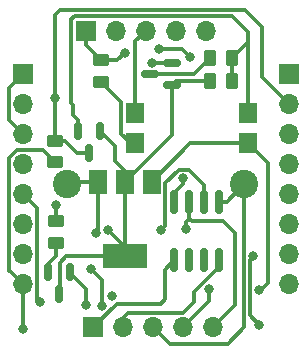
<source format=gbl>
G04 #@! TF.GenerationSoftware,KiCad,Pcbnew,(6.0.11)*
G04 #@! TF.CreationDate,2025-06-06T09:56:58+01:00*
G04 #@! TF.ProjectId,PCB_Dongle_Linky,5043425f-446f-46e6-976c-655f4c696e6b,rev?*
G04 #@! TF.SameCoordinates,Original*
G04 #@! TF.FileFunction,Copper,L2,Bot*
G04 #@! TF.FilePolarity,Positive*
%FSLAX46Y46*%
G04 Gerber Fmt 4.6, Leading zero omitted, Abs format (unit mm)*
G04 Created by KiCad (PCBNEW (6.0.11)) date 2025-06-06 09:56:58*
%MOMM*%
%LPD*%
G01*
G04 APERTURE LIST*
G04 Aperture macros list*
%AMRoundRect*
0 Rectangle with rounded corners*
0 $1 Rounding radius*
0 $2 $3 $4 $5 $6 $7 $8 $9 X,Y pos of 4 corners*
0 Add a 4 corners polygon primitive as box body*
4,1,4,$2,$3,$4,$5,$6,$7,$8,$9,$2,$3,0*
0 Add four circle primitives for the rounded corners*
1,1,$1+$1,$2,$3*
1,1,$1+$1,$4,$5*
1,1,$1+$1,$6,$7*
1,1,$1+$1,$8,$9*
0 Add four rect primitives between the rounded corners*
20,1,$1+$1,$2,$3,$4,$5,0*
20,1,$1+$1,$4,$5,$6,$7,0*
20,1,$1+$1,$6,$7,$8,$9,0*
20,1,$1+$1,$8,$9,$2,$3,0*%
G04 Aperture macros list end*
G04 #@! TA.AperFunction,ComponentPad*
%ADD10R,1.700000X1.700000*%
G04 #@! TD*
G04 #@! TA.AperFunction,ComponentPad*
%ADD11O,1.700000X1.700000*%
G04 #@! TD*
G04 #@! TA.AperFunction,ComponentPad*
%ADD12C,2.400000*%
G04 #@! TD*
G04 #@! TA.AperFunction,SMDPad,CuDef*
%ADD13R,1.500000X1.780000*%
G04 #@! TD*
G04 #@! TA.AperFunction,SMDPad,CuDef*
%ADD14RoundRect,0.250000X-0.262500X-0.450000X0.262500X-0.450000X0.262500X0.450000X-0.262500X0.450000X0*%
G04 #@! TD*
G04 #@! TA.AperFunction,SMDPad,CuDef*
%ADD15RoundRect,0.250000X0.450000X-0.262500X0.450000X0.262500X-0.450000X0.262500X-0.450000X-0.262500X0*%
G04 #@! TD*
G04 #@! TA.AperFunction,SMDPad,CuDef*
%ADD16RoundRect,0.150000X-0.150000X0.587500X-0.150000X-0.587500X0.150000X-0.587500X0.150000X0.587500X0*%
G04 #@! TD*
G04 #@! TA.AperFunction,SMDPad,CuDef*
%ADD17RoundRect,0.250000X-0.450000X0.262500X-0.450000X-0.262500X0.450000X-0.262500X0.450000X0.262500X0*%
G04 #@! TD*
G04 #@! TA.AperFunction,SMDPad,CuDef*
%ADD18R,1.500000X2.000000*%
G04 #@! TD*
G04 #@! TA.AperFunction,SMDPad,CuDef*
%ADD19R,3.800000X2.000000*%
G04 #@! TD*
G04 #@! TA.AperFunction,SMDPad,CuDef*
%ADD20RoundRect,0.150000X0.587500X0.150000X-0.587500X0.150000X-0.587500X-0.150000X0.587500X-0.150000X0*%
G04 #@! TD*
G04 #@! TA.AperFunction,SMDPad,CuDef*
%ADD21RoundRect,0.150000X0.150000X-0.825000X0.150000X0.825000X-0.150000X0.825000X-0.150000X-0.825000X0*%
G04 #@! TD*
G04 #@! TA.AperFunction,ViaPad*
%ADD22C,0.800000*%
G04 #@! TD*
G04 #@! TA.AperFunction,Conductor*
%ADD23C,0.300000*%
G04 #@! TD*
G04 APERTURE END LIST*
D10*
G04 #@! TO.P,J0,1,Pin_1*
G04 #@! TO.N,I1*
X25275000Y-104400000D03*
D11*
G04 #@! TO.P,J0,2,Pin_2*
G04 #@! TO.N,unconnected-(J0-Pad2)*
X27815000Y-104400000D03*
G04 #@! TO.P,J0,3,Pin_3*
G04 #@! TO.N,I2*
X30355000Y-104400000D03*
G04 #@! TO.P,J0,4,Pin_4*
G04 #@! TO.N,unconnected-(J0-Pad4)*
X32895000Y-104400000D03*
G04 #@! TO.P,J0,5,Pin_5*
G04 #@! TO.N,A*
X35435000Y-104400000D03*
G04 #@! TD*
D10*
G04 #@! TO.P,J2,1,Pin_1*
G04 #@! TO.N,unconnected-(J2-Pad1)*
X42520000Y-108000000D03*
D11*
G04 #@! TO.P,J2,2,Pin_2*
G04 #@! TO.N,Net-(Q1-Pad3)*
X42520000Y-110540000D03*
G04 #@! TO.P,J2,3,Pin_3*
G04 #@! TO.N,unconnected-(J2-Pad3)*
X42520000Y-113080000D03*
G04 #@! TO.P,J2,4,Pin_4*
G04 #@! TO.N,Net-(R7-Pad1)*
X42520000Y-115620000D03*
G04 #@! TO.P,J2,5,Pin_5*
G04 #@! TO.N,unconnected-(J2-Pad5)*
X42520000Y-118160000D03*
G04 #@! TO.P,J2,6,Pin_6*
G04 #@! TO.N,unconnected-(J2-Pad6)*
X42520000Y-120700000D03*
G04 #@! TO.P,J2,7,Pin_7*
G04 #@! TO.N,GND1*
X42520000Y-123240000D03*
G04 #@! TO.P,J2,8,Pin_8*
G04 #@! TO.N,Net-(R8-Pad1)*
X42520000Y-125780000D03*
G04 #@! TD*
D10*
G04 #@! TO.P,J1,1,Pin_1*
G04 #@! TO.N,Net-(J1-Pad1)*
X20000000Y-108000000D03*
D11*
G04 #@! TO.P,J1,2,Pin_2*
G04 #@! TO.N,Net-(R4-Pad1)*
X20000000Y-110540000D03*
G04 #@! TO.P,J1,3,Pin_3*
G04 #@! TO.N,Net-(J1-Pad1)*
X20000000Y-113080000D03*
G04 #@! TO.P,J1,4,Pin_4*
G04 #@! TO.N,unconnected-(J1-Pad4)*
X20000000Y-115620000D03*
G04 #@! TO.P,J1,5,Pin_5*
G04 #@! TO.N,Net-(R10-Pad1)*
X20000000Y-118160000D03*
G04 #@! TO.P,J1,6,Pin_6*
G04 #@! TO.N,Net-(Q1-Pad3)*
X20000000Y-120700000D03*
G04 #@! TO.P,J1,7,Pin_7*
G04 #@! TO.N,unconnected-(J1-Pad7)*
X20000000Y-123240000D03*
G04 #@! TO.P,J1,8,Pin_8*
G04 #@! TO.N,+3.3V*
X20000000Y-125780000D03*
G04 #@! TD*
D10*
G04 #@! TO.P,J4,1,Pin_1*
G04 #@! TO.N,Net-(J4-Pad1)*
X25925000Y-129450000D03*
D11*
G04 #@! TO.P,J4,2,Pin_2*
G04 #@! TO.N,VCC*
X28465000Y-129450000D03*
G04 #@! TO.P,J4,3,Pin_3*
G04 #@! TO.N,GND*
X31005000Y-129450000D03*
G04 #@! TO.P,J4,4,Pin_4*
G04 #@! TO.N,Net-(DZ1-Pad1)*
X33545000Y-129450000D03*
G04 #@! TO.P,J4,5,Pin_5*
G04 #@! TO.N,Net-(J4-Pad5)*
X36085000Y-129450000D03*
G04 #@! TD*
D12*
G04 #@! TO.P,C1,1*
G04 #@! TO.N,VCC*
X23700000Y-117350000D03*
G04 #@! TO.P,C1,2*
G04 #@! TO.N,GND*
X38700000Y-117350000D03*
G04 #@! TD*
D13*
G04 #@! TO.P,U1,1*
G04 #@! TO.N,Net-(R1-Pad2)*
X29500000Y-113890000D03*
G04 #@! TO.P,U1,2*
G04 #@! TO.N,I2*
X29500000Y-111350000D03*
G04 #@! TO.P,U1,3*
G04 #@! TO.N,Net-(Q1-Pad1)*
X39030000Y-111350000D03*
G04 #@! TO.P,U1,4*
G04 #@! TO.N,+3.3V*
X39030000Y-113890000D03*
G04 #@! TD*
D14*
G04 #@! TO.P,R2b1,1*
G04 #@! TO.N,Net-(Q3-Pad3)*
X35837500Y-106650000D03*
G04 #@! TO.P,R2b1,2*
G04 #@! TO.N,Net-(Q1-Pad1)*
X37662500Y-106650000D03*
G04 #@! TD*
D15*
G04 #@! TO.P,R9,1*
G04 #@! TO.N,Net-(Q2-Pad1)*
X22800000Y-122312500D03*
G04 #@! TO.P,R9,2*
G04 #@! TO.N,Net-(R9-Pad2)*
X22800000Y-120487500D03*
G04 #@! TD*
D16*
G04 #@! TO.P,Q2,1,G*
G04 #@! TO.N,Net-(Q2-Pad1)*
X22100000Y-124800000D03*
G04 #@! TO.P,Q2,2,S*
G04 #@! TO.N,GND*
X24000000Y-124800000D03*
G04 #@! TO.P,Q2,3,D*
G04 #@! TO.N,GND1*
X23050000Y-126675000D03*
G04 #@! TD*
D17*
G04 #@! TO.P,R1,1*
G04 #@! TO.N,I1*
X26565000Y-106837500D03*
G04 #@! TO.P,R1,2*
G04 #@! TO.N,Net-(R1-Pad2)*
X26565000Y-108662500D03*
G04 #@! TD*
D18*
G04 #@! TO.P,U2,1,VI*
G04 #@! TO.N,VCC*
X26300000Y-117150000D03*
G04 #@! TO.P,U2,2,GND*
G04 #@! TO.N,GND1*
X28600000Y-117150000D03*
D19*
X28600000Y-123450000D03*
D18*
G04 #@! TO.P,U2,3,VO*
G04 #@! TO.N,+3.3V*
X30900000Y-117150000D03*
G04 #@! TD*
D16*
G04 #@! TO.P,Q1,1,G*
G04 #@! TO.N,Net-(Q1-Pad1)*
X24600000Y-112862500D03*
G04 #@! TO.P,Q1,2,S*
G04 #@! TO.N,GND1*
X26500000Y-112862500D03*
G04 #@! TO.P,Q1,3,D*
G04 #@! TO.N,Net-(Q1-Pad3)*
X25550000Y-114737500D03*
G04 #@! TD*
D20*
G04 #@! TO.P,Q3,1,G*
G04 #@! TO.N,Net-(Q3-Pad1)*
X32587500Y-107050000D03*
G04 #@! TO.P,Q3,2,S*
G04 #@! TO.N,GND1*
X32587500Y-108950000D03*
G04 #@! TO.P,Q3,3,D*
G04 #@! TO.N,Net-(Q3-Pad3)*
X30712500Y-108000000D03*
G04 #@! TD*
D17*
G04 #@! TO.P,R3,1*
G04 #@! TO.N,Net-(Q1-Pad3)*
X22700000Y-113650000D03*
G04 #@! TO.P,R3,2*
G04 #@! TO.N,+3.3V*
X22700000Y-115475000D03*
G04 #@! TD*
D14*
G04 #@! TO.P,R2a1,1*
G04 #@! TO.N,GND1*
X35837500Y-108600000D03*
G04 #@! TO.P,R2a1,2*
G04 #@! TO.N,Net-(Q1-Pad1)*
X37662500Y-108600000D03*
G04 #@! TD*
D21*
G04 #@! TO.P,U3,1,VDD*
G04 #@! TO.N,VCC*
X36605000Y-123775000D03*
G04 #@! TO.P,U3,2,RA5*
G04 #@! TO.N,unconnected-(U3-Pad2)*
X35335000Y-123775000D03*
G04 #@! TO.P,U3,3,RA4*
G04 #@! TO.N,unconnected-(U3-Pad3)*
X34065000Y-123775000D03*
G04 #@! TO.P,U3,4,RA3*
G04 #@! TO.N,Net-(J4-Pad1)*
X32795000Y-123775000D03*
G04 #@! TO.P,U3,5,RA2*
G04 #@! TO.N,Net-(R9-Pad2)*
X32795000Y-118825000D03*
G04 #@! TO.P,U3,6,RA1*
G04 #@! TO.N,Net-(J4-Pad5)*
X34065000Y-118825000D03*
G04 #@! TO.P,U3,7,RA0*
G04 #@! TO.N,Net-(DZ1-Pad1)*
X35335000Y-118825000D03*
G04 #@! TO.P,U3,8,VSS*
G04 #@! TO.N,GND*
X36605000Y-118825000D03*
G04 #@! TD*
D22*
G04 #@! TO.N,VCC*
X26200000Y-121500000D03*
X25750000Y-124550000D03*
X26632500Y-127617500D03*
G04 #@! TO.N,GND*
X25300000Y-127550000D03*
G04 #@! TO.N,I1*
X31500000Y-105900000D03*
X28600000Y-106200000D03*
X34125000Y-106575000D03*
G04 #@! TO.N,Net-(DZ1-Pad1)*
X31700000Y-121200000D03*
X35750000Y-126250000D03*
G04 #@! TO.N,+3.3V*
X27500000Y-126800000D03*
X20000000Y-129600000D03*
X40000000Y-126300000D03*
G04 #@! TO.N,GND1*
X27158888Y-121217974D03*
G04 #@! TO.N,Net-(J4-Pad5)*
X33764068Y-121091559D03*
G04 #@! TO.N,Net-(Q3-Pad1)*
X30900000Y-107050000D03*
G04 #@! TO.N,Net-(R10-Pad1)*
X21400000Y-127350000D03*
G04 #@! TO.N,Net-(Q1-Pad3)*
X22700000Y-110050000D03*
G04 #@! TO.N,Net-(R7-Pad1)*
X39470023Y-123420023D03*
X40000000Y-129250000D03*
G04 #@! TO.N,Net-(R9-Pad2)*
X33500000Y-116850000D03*
X22800000Y-119100000D03*
G04 #@! TD*
D23*
G04 #@! TO.N,VCC*
X36605000Y-124334339D02*
X34450000Y-126489339D01*
X28465000Y-128685000D02*
X28465000Y-129450000D01*
X23900000Y-117150000D02*
X23700000Y-117350000D01*
X26300000Y-117150000D02*
X23900000Y-117150000D01*
X36605000Y-123775000D02*
X36605000Y-124334339D01*
X33550000Y-128250000D02*
X28900000Y-128250000D01*
X26200000Y-121500000D02*
X26300000Y-121400000D01*
X26632500Y-127617500D02*
X26632500Y-125432500D01*
X34450000Y-127350000D02*
X33550000Y-128250000D01*
X34450000Y-126489339D02*
X34450000Y-127350000D01*
X26300000Y-121400000D02*
X26300000Y-117150000D01*
X26632500Y-125432500D02*
X25750000Y-124550000D01*
X28900000Y-128250000D02*
X28465000Y-128685000D01*
G04 #@! TO.N,GND*
X37300000Y-130850000D02*
X38700000Y-129450000D01*
X32405000Y-130850000D02*
X37300000Y-130850000D01*
X36605000Y-118825000D02*
X37225000Y-118825000D01*
X25300000Y-126200000D02*
X23900000Y-124800000D01*
X25300000Y-127550000D02*
X25300000Y-126200000D01*
X37225000Y-118825000D02*
X38700000Y-117350000D01*
X31005000Y-129450000D02*
X32405000Y-130850000D01*
X38700000Y-129450000D02*
X38700000Y-117350000D01*
G04 #@! TO.N,I1*
X25275000Y-105547500D02*
X26565000Y-106837500D01*
X26565000Y-106837500D02*
X26565000Y-106735000D01*
X25275000Y-104400000D02*
X25275000Y-105547500D01*
X31500000Y-105900000D02*
X33450000Y-105900000D01*
X33450000Y-105900000D02*
X34125000Y-106575000D01*
X27962500Y-106837500D02*
X28600000Y-106200000D01*
X26565000Y-106837500D02*
X27962500Y-106837500D01*
G04 #@! TO.N,Net-(DZ1-Pad1)*
X35335000Y-117435000D02*
X34000000Y-116100000D01*
X35335000Y-118825000D02*
X35335000Y-117435000D01*
X34000000Y-116100000D02*
X33150000Y-116100000D01*
X33150000Y-116100000D02*
X32000000Y-117250000D01*
X32000000Y-117250000D02*
X32000000Y-120900000D01*
X32000000Y-120900000D02*
X31700000Y-121200000D01*
X33545000Y-129450000D02*
X35750000Y-127245000D01*
X35750000Y-127245000D02*
X35750000Y-126250000D01*
G04 #@! TO.N,I2*
X29500000Y-105255000D02*
X30355000Y-104400000D01*
X29500000Y-111350000D02*
X29500000Y-105255000D01*
G04 #@! TO.N,+3.3V*
X40700000Y-115560000D02*
X39030000Y-113890000D01*
X40700000Y-125700000D02*
X40700000Y-115560000D01*
X18800000Y-115122943D02*
X18800000Y-124650000D01*
X40100000Y-126300000D02*
X40700000Y-125700000D01*
X19502943Y-114420000D02*
X18800000Y-115122943D01*
X40000000Y-126300000D02*
X40100000Y-126300000D01*
X21645000Y-114420000D02*
X19502943Y-114420000D01*
X39030000Y-113890000D02*
X34160000Y-113890000D01*
X22700000Y-115475000D02*
X21645000Y-114420000D01*
X27500000Y-126800000D02*
X27300000Y-126800000D01*
X18800000Y-124650000D02*
X18870000Y-124650000D01*
X34160000Y-113890000D02*
X30900000Y-117150000D01*
X20000000Y-129600000D02*
X20000000Y-125780000D01*
X18870000Y-124650000D02*
X20000000Y-125780000D01*
G04 #@! TO.N,GND1*
X23100000Y-126625000D02*
X23050000Y-126675000D01*
X28600000Y-123450000D02*
X28600000Y-117150000D01*
X32587500Y-113162500D02*
X28600000Y-117150000D01*
X23650000Y-123450000D02*
X23100000Y-124000000D01*
X28600000Y-117150000D02*
X28600000Y-116250000D01*
X35837500Y-108600000D02*
X32937500Y-108600000D01*
X27765000Y-115415000D02*
X27765000Y-114127500D01*
X28600000Y-123450000D02*
X23650000Y-123450000D01*
X28600000Y-122659086D02*
X28600000Y-123450000D01*
X27158888Y-121217974D02*
X28600000Y-122659086D01*
X23100000Y-124000000D02*
X23100000Y-126625000D01*
X32587500Y-108950000D02*
X32587500Y-113162500D01*
X27765000Y-114127500D02*
X26500000Y-112862500D01*
X32937500Y-108600000D02*
X32587500Y-108950000D01*
X28600000Y-116250000D02*
X27765000Y-115415000D01*
G04 #@! TO.N,Net-(J4-Pad1)*
X31650000Y-127450000D02*
X32000000Y-127100000D01*
X32000000Y-127100000D02*
X32000000Y-124570000D01*
X25925000Y-129450000D02*
X27925000Y-127450000D01*
X32000000Y-124570000D02*
X32795000Y-123775000D01*
X27925000Y-127450000D02*
X31650000Y-127450000D01*
G04 #@! TO.N,Net-(J4-Pad5)*
X36085000Y-129450000D02*
X37950000Y-127585000D01*
X34250000Y-120450000D02*
X34065000Y-120265000D01*
X33764068Y-121091559D02*
X33764068Y-120565932D01*
X36950000Y-120450000D02*
X34250000Y-120450000D01*
X37950000Y-121450000D02*
X36950000Y-120450000D01*
X33764068Y-120565932D02*
X34065000Y-120265000D01*
X37950000Y-127585000D02*
X37950000Y-121450000D01*
X34065000Y-120265000D02*
X34065000Y-118825000D01*
G04 #@! TO.N,Net-(Q1-Pad1)*
X37662500Y-106650000D02*
X37662500Y-106647500D01*
X24075000Y-110437500D02*
X24237500Y-110600000D01*
X39030000Y-105280000D02*
X39030000Y-104480000D01*
X24350000Y-103100000D02*
X24075000Y-103375000D01*
X24237500Y-110600000D02*
X24237500Y-111487500D01*
X37662500Y-108600000D02*
X37662500Y-106650000D01*
X39030000Y-111350000D02*
X39030000Y-105280000D01*
X37650000Y-103100000D02*
X24350000Y-103100000D01*
X37662500Y-106647500D02*
X39030000Y-105280000D01*
X24650000Y-111900000D02*
X24650000Y-112812500D01*
X24650000Y-112812500D02*
X24600000Y-112862500D01*
X39030000Y-104480000D02*
X37650000Y-103100000D01*
X24237500Y-111487500D02*
X24650000Y-111900000D01*
X24075000Y-103375000D02*
X24075000Y-110437500D01*
G04 #@! TO.N,Net-(Q2-Pad1)*
X22800000Y-123400000D02*
X22150000Y-124050000D01*
X22150000Y-124050000D02*
X22150000Y-124650000D01*
X22800000Y-122312500D02*
X22800000Y-123400000D01*
X22150000Y-124650000D02*
X22000000Y-124800000D01*
G04 #@! TO.N,Net-(R1-Pad2)*
X28300000Y-110397500D02*
X28300000Y-113050000D01*
X28300000Y-113050000D02*
X29140000Y-113890000D01*
X26565000Y-108662500D02*
X28300000Y-110397500D01*
X29140000Y-113890000D02*
X29500000Y-113890000D01*
G04 #@! TO.N,Net-(Q3-Pad1)*
X32587500Y-107050000D02*
X30900000Y-107050000D01*
G04 #@! TO.N,Net-(R10-Pad1)*
X21200000Y-127150000D02*
X21200000Y-119360000D01*
X21200000Y-119360000D02*
X20000000Y-118160000D01*
X21400000Y-127350000D02*
X21200000Y-127150000D01*
G04 #@! TO.N,Net-(Q1-Pad3)*
X24587500Y-114737500D02*
X25550000Y-114737500D01*
X22700000Y-111300000D02*
X22700000Y-110050000D01*
X42540000Y-110540000D02*
X42540000Y-110282894D01*
X22700000Y-111300000D02*
X22700000Y-103000000D01*
X22700000Y-103000000D02*
X23150000Y-102550000D01*
X22700000Y-113650000D02*
X23500000Y-113650000D01*
X23500000Y-113650000D02*
X24587500Y-114737500D01*
X40250000Y-108270000D02*
X42520000Y-110540000D01*
X23150000Y-102550000D02*
X38800000Y-102550000D01*
X22700000Y-113650000D02*
X22700000Y-111300000D01*
X40250000Y-104000000D02*
X40250000Y-108270000D01*
X38800000Y-102550000D02*
X40250000Y-104000000D01*
G04 #@! TO.N,Net-(R7-Pad1)*
X39500000Y-123450000D02*
X39470023Y-123420023D01*
X39200000Y-123750000D02*
X39500000Y-123450000D01*
X40000000Y-129250000D02*
X39200000Y-128450000D01*
X39200000Y-128450000D02*
X39200000Y-123750000D01*
G04 #@! TO.N,Net-(Q3-Pad3)*
X34487500Y-108000000D02*
X35837500Y-106650000D01*
X30712500Y-108000000D02*
X34487500Y-108000000D01*
G04 #@! TO.N,Net-(R9-Pad2)*
X33500000Y-116850000D02*
X33500000Y-117350000D01*
X33500000Y-117350000D02*
X33000000Y-117850000D01*
X22800000Y-120487500D02*
X22800000Y-119100000D01*
G04 #@! TO.N,Net-(J1-Pad1)*
X18800000Y-109200000D02*
X18800000Y-111880000D01*
X20000000Y-108000000D02*
X18800000Y-109200000D01*
X18800000Y-111880000D02*
X20000000Y-113080000D01*
G04 #@! TD*
M02*

</source>
